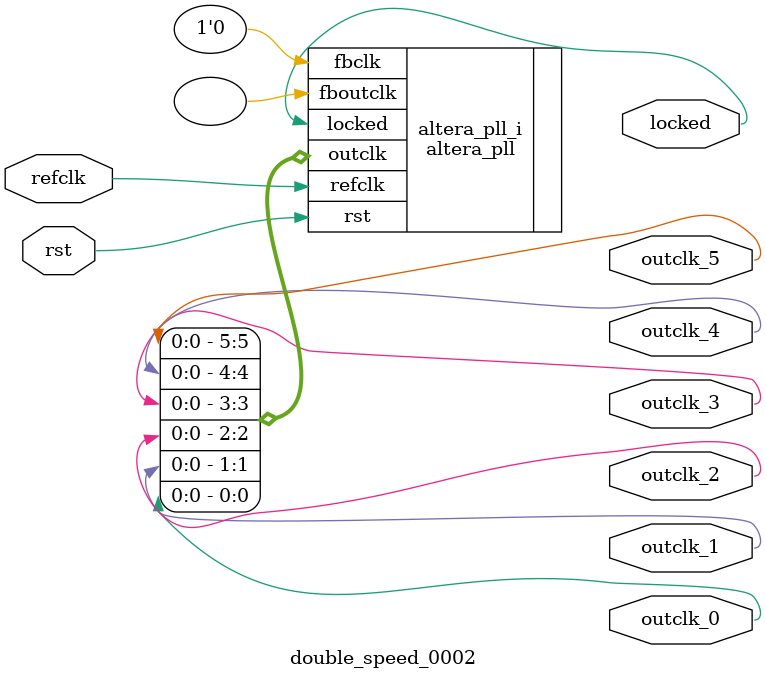
<source format=v>
`timescale 1ns/10ps
module  double_speed_0002(

	// interface 'refclk'
	input wire refclk,

	// interface 'reset'
	input wire rst,

	// interface 'outclk0'
	output wire outclk_0,

	// interface 'outclk1'
	output wire outclk_1,

	// interface 'outclk2'
	output wire outclk_2,

	// interface 'outclk3'
	output wire outclk_3,

	// interface 'outclk4'
	output wire outclk_4,

	// interface 'outclk5'
	output wire outclk_5,

	// interface 'locked'
	output wire locked
);

	altera_pll #(
		.fractional_vco_multiplier("false"),
		.reference_clock_frequency("100.0 MHz"),
		.operation_mode("direct"),
		.number_of_clocks(6),
		.output_clock_frequency0("40.000000 MHz"),
		.phase_shift0("0 ps"),
		.duty_cycle0(50),
		.output_clock_frequency1("80.000000 MHz"),
		.phase_shift1("0 ps"),
		.duty_cycle1(50),
		.output_clock_frequency2("80.000000 MHz"),
		.phase_shift2("6250 ps"),
		.duty_cycle2(50),
		.output_clock_frequency3("40.000000 MHz"),
		.phase_shift3("6250 ps"),
		.duty_cycle3(50),
		.output_clock_frequency4("40.000000 MHz"),
		.phase_shift4("12500 ps"),
		.duty_cycle4(50),
		.output_clock_frequency5("40.000000 MHz"),
		.phase_shift5("18750 ps"),
		.duty_cycle5(50),
		.output_clock_frequency6("0 MHz"),
		.phase_shift6("0 ps"),
		.duty_cycle6(50),
		.output_clock_frequency7("0 MHz"),
		.phase_shift7("0 ps"),
		.duty_cycle7(50),
		.output_clock_frequency8("0 MHz"),
		.phase_shift8("0 ps"),
		.duty_cycle8(50),
		.output_clock_frequency9("0 MHz"),
		.phase_shift9("0 ps"),
		.duty_cycle9(50),
		.output_clock_frequency10("0 MHz"),
		.phase_shift10("0 ps"),
		.duty_cycle10(50),
		.output_clock_frequency11("0 MHz"),
		.phase_shift11("0 ps"),
		.duty_cycle11(50),
		.output_clock_frequency12("0 MHz"),
		.phase_shift12("0 ps"),
		.duty_cycle12(50),
		.output_clock_frequency13("0 MHz"),
		.phase_shift13("0 ps"),
		.duty_cycle13(50),
		.output_clock_frequency14("0 MHz"),
		.phase_shift14("0 ps"),
		.duty_cycle14(50),
		.output_clock_frequency15("0 MHz"),
		.phase_shift15("0 ps"),
		.duty_cycle15(50),
		.output_clock_frequency16("0 MHz"),
		.phase_shift16("0 ps"),
		.duty_cycle16(50),
		.output_clock_frequency17("0 MHz"),
		.phase_shift17("0 ps"),
		.duty_cycle17(50),
		.pll_type("General"),
		.pll_subtype("General")
	) altera_pll_i (
		.rst	(rst),
		.outclk	({outclk_5, outclk_4, outclk_3, outclk_2, outclk_1, outclk_0}),
		.locked	(locked),
		.fboutclk	( ),
		.fbclk	(1'b0),
		.refclk	(refclk)
	);
endmodule


</source>
